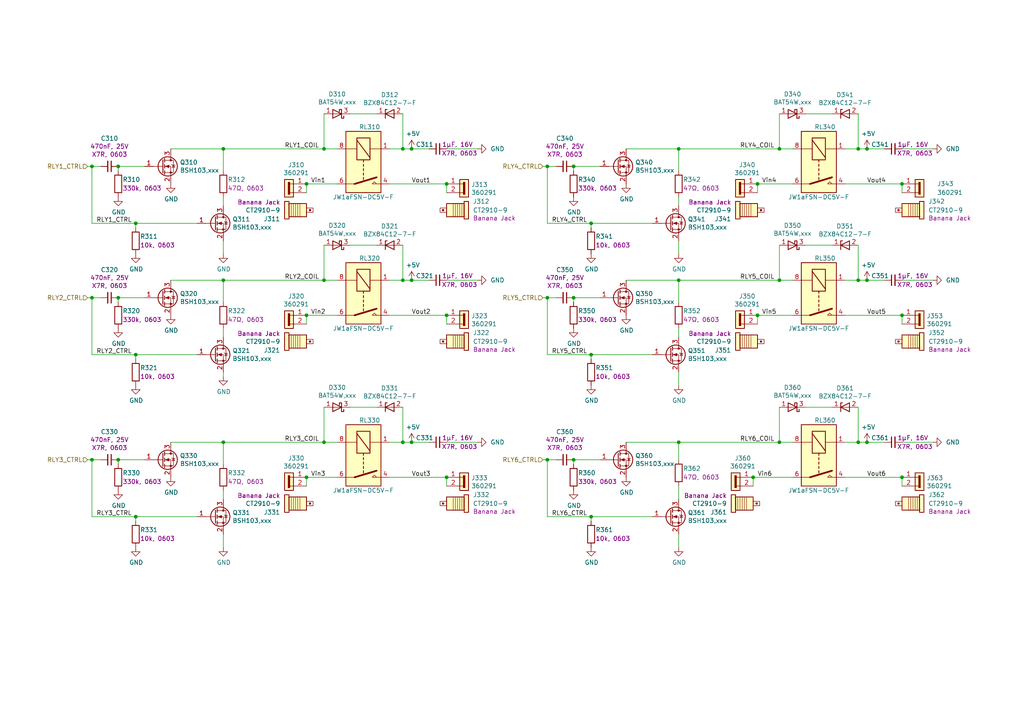
<source format=kicad_sch>
(kicad_sch (version 20211123) (generator eeschema)
  (paper "A4")
  (junction (at 88.9 53.34))
  (junction (at 261.62 138.43))
  (junction (at 158.75 133.35))
  (junction (at 248.92 81.28))
  (junction (at 171.45 64.77))
  (junction (at 119.38 81.28))
  (junction (at 26.67 86.36))
  (junction (at 119.38 128.27))
  (junction (at 226.06 81.28))
  (junction (at 226.06 43.18))
  (junction (at 116.84 128.27))
  (junction (at 26.67 48.26))
  (junction (at 26.67 133.35))
  (junction (at 166.37 133.35))
  (junction (at 171.45 102.87))
  (junction (at 34.29 48.26))
  (junction (at 93.98 43.18))
  (junction (at 93.98 81.28))
  (junction (at 34.29 86.36))
  (junction (at 251.46 81.28))
  (junction (at 226.06 128.27))
  (junction (at 261.62 53.34))
  (junction (at 171.45 149.86))
  (junction (at 129.54 91.44))
  (junction (at 251.46 128.27))
  (junction (at 196.85 43.18))
  (junction (at 129.54 138.43))
  (junction (at 39.37 102.87))
  (junction (at 129.54 53.34))
  (junction (at 64.77 43.18))
  (junction (at 116.84 43.18))
  (junction (at 93.98 128.27))
  (junction (at 119.38 43.18))
  (junction (at 88.9 91.44))
  (junction (at 218.44 138.43))
  (junction (at 88.9 138.43))
  (junction (at 248.92 43.18))
  (junction (at 251.46 43.18))
  (junction (at 196.85 128.27))
  (junction (at 116.84 81.28))
  (junction (at 158.75 86.36))
  (junction (at 261.62 91.44))
  (junction (at 166.37 86.36))
  (junction (at 39.37 64.77))
  (junction (at 34.29 133.35))
  (junction (at 64.77 81.28))
  (junction (at 248.92 128.27))
  (junction (at 158.75 48.26))
  (junction (at 166.37 48.26))
  (junction (at 219.71 53.34))
  (junction (at 39.37 149.86))
  (junction (at 196.85 81.28))
  (junction (at 219.71 91.44))
  (junction (at 64.77 128.27))
  (wire (pts (xy 248.92 81.28) (xy 248.92 71.12)))
  (wire (pts (xy 129.54 81.28) (xy 138.43 81.28)))
  (wire (pts (xy 157.48 86.36) (xy 158.75 86.36)))
  (wire (pts (xy 39.37 64.77) (xy 39.37 66.04)))
  (wire (pts (xy 196.85 49.53) (xy 196.85 43.18)))
  (wire (pts (xy 25.4 86.36) (xy 26.67 86.36)))
  (wire (pts (xy 64.77 81.28) (xy 93.98 81.28)))
  (wire (pts (xy 251.46 81.28) (xy 248.92 81.28)))
  (wire (pts (xy 113.03 53.34) (xy 129.54 53.34)))
  (wire (pts (xy 25.4 48.26) (xy 26.67 48.26)))
  (wire (pts (xy 166.37 48.26) (xy 173.99 48.26)))
  (wire (pts (xy 248.92 43.18) (xy 245.11 43.18)))
  (wire (pts (xy 261.62 81.28) (xy 270.51 81.28)))
  (wire (pts (xy 26.67 48.26) (xy 29.21 48.26)))
  (wire (pts (xy 196.85 73.66) (xy 196.85 69.85)))
  (wire (pts (xy 119.38 128.27) (xy 116.84 128.27)))
  (wire (pts (xy 251.46 81.28) (xy 256.54 81.28)))
  (wire (pts (xy 196.85 95.25) (xy 196.85 97.79)))
  (wire (pts (xy 64.77 43.18) (xy 93.98 43.18)))
  (wire (pts (xy 251.46 43.18) (xy 248.92 43.18)))
  (wire (pts (xy 129.54 128.27) (xy 138.43 128.27)))
  (wire (pts (xy 181.61 43.18) (xy 196.85 43.18)))
  (wire (pts (xy 64.77 134.62) (xy 64.77 128.27)))
  (wire (pts (xy 119.38 43.18) (xy 116.84 43.18)))
  (wire (pts (xy 34.29 133.35) (xy 41.91 133.35)))
  (wire (pts (xy 119.38 81.28) (xy 116.84 81.28)))
  (wire (pts (xy 261.62 55.88) (xy 261.62 53.34)))
  (wire (pts (xy 219.71 55.88) (xy 219.71 53.34)))
  (wire (pts (xy 101.6 71.12) (xy 109.22 71.12)))
  (wire (pts (xy 34.29 87.63) (xy 34.29 86.36)))
  (wire (pts (xy 39.37 102.87) (xy 26.67 102.87)))
  (wire (pts (xy 226.06 128.27) (xy 229.87 128.27)))
  (wire (pts (xy 93.98 43.18) (xy 97.79 43.18)))
  (wire (pts (xy 218.44 140.97) (xy 218.44 138.43)))
  (wire (pts (xy 109.22 118.11) (xy 101.6 118.11)))
  (wire (pts (xy 181.61 128.27) (xy 196.85 128.27)))
  (wire (pts (xy 251.46 128.27) (xy 256.54 128.27)))
  (wire (pts (xy 158.75 86.36) (xy 158.75 102.87)))
  (wire (pts (xy 64.77 49.53) (xy 64.77 43.18)))
  (wire (pts (xy 166.37 86.36) (xy 173.99 86.36)))
  (wire (pts (xy 49.53 128.27) (xy 64.77 128.27)))
  (wire (pts (xy 226.06 81.28) (xy 229.87 81.28)))
  (wire (pts (xy 88.9 91.44) (xy 97.79 91.44)))
  (wire (pts (xy 97.79 138.43) (xy 88.9 138.43)))
  (wire (pts (xy 26.67 86.36) (xy 26.67 102.87)))
  (wire (pts (xy 88.9 93.98) (xy 88.9 91.44)))
  (wire (pts (xy 251.46 43.18) (xy 256.54 43.18)))
  (wire (pts (xy 171.45 149.86) (xy 189.23 149.86)))
  (wire (pts (xy 229.87 53.34) (xy 219.71 53.34)))
  (wire (pts (xy 196.85 158.75) (xy 196.85 154.94)))
  (wire (pts (xy 233.68 33.02) (xy 241.3 33.02)))
  (wire (pts (xy 116.84 43.18) (xy 113.03 43.18)))
  (wire (pts (xy 64.77 59.69) (xy 64.77 57.15)))
  (wire (pts (xy 34.29 48.26) (xy 41.91 48.26)))
  (wire (pts (xy 34.29 49.53) (xy 34.29 48.26)))
  (wire (pts (xy 64.77 69.85) (xy 64.77 73.66)))
  (wire (pts (xy 166.37 133.35) (xy 173.99 133.35)))
  (wire (pts (xy 196.85 133.35) (xy 196.85 128.27)))
  (wire (pts (xy 119.38 43.18) (xy 124.46 43.18)))
  (wire (pts (xy 248.92 81.28) (xy 245.11 81.28)))
  (wire (pts (xy 241.3 118.11) (xy 233.68 118.11)))
  (wire (pts (xy 39.37 64.77) (xy 26.67 64.77)))
  (wire (pts (xy 39.37 64.77) (xy 57.15 64.77)))
  (wire (pts (xy 34.29 86.36) (xy 41.91 86.36)))
  (wire (pts (xy 171.45 64.77) (xy 171.45 66.04)))
  (wire (pts (xy 226.06 33.02) (xy 226.06 43.18)))
  (wire (pts (xy 93.98 128.27) (xy 93.98 118.11)))
  (wire (pts (xy 226.06 81.28) (xy 226.06 71.12)))
  (wire (pts (xy 64.77 95.25) (xy 64.77 97.79)))
  (wire (pts (xy 196.85 111.76) (xy 196.85 107.95)))
  (wire (pts (xy 158.75 48.26) (xy 161.29 48.26)))
  (wire (pts (xy 93.98 33.02) (xy 93.98 43.18)))
  (wire (pts (xy 119.38 128.27) (xy 124.46 128.27)))
  (wire (pts (xy 129.54 140.97) (xy 129.54 138.43)))
  (wire (pts (xy 39.37 149.86) (xy 39.37 151.13)))
  (wire (pts (xy 64.77 109.22) (xy 64.77 107.95)))
  (wire (pts (xy 226.06 43.18) (xy 229.87 43.18)))
  (wire (pts (xy 49.53 43.18) (xy 64.77 43.18)))
  (wire (pts (xy 248.92 128.27) (xy 245.11 128.27)))
  (wire (pts (xy 261.62 43.18) (xy 270.51 43.18)))
  (wire (pts (xy 157.48 48.26) (xy 158.75 48.26)))
  (wire (pts (xy 129.54 43.18) (xy 138.43 43.18)))
  (wire (pts (xy 241.3 71.12) (xy 233.68 71.12)))
  (wire (pts (xy 119.38 81.28) (xy 124.46 81.28)))
  (wire (pts (xy 116.84 128.27) (xy 116.84 118.11)))
  (wire (pts (xy 88.9 140.97) (xy 88.9 138.43)))
  (wire (pts (xy 26.67 133.35) (xy 26.67 149.86)))
  (wire (pts (xy 171.45 64.77) (xy 158.75 64.77)))
  (wire (pts (xy 157.48 133.35) (xy 158.75 133.35)))
  (wire (pts (xy 196.85 140.97) (xy 196.85 144.78)))
  (wire (pts (xy 116.84 33.02) (xy 116.84 43.18)))
  (wire (pts (xy 113.03 138.43) (xy 129.54 138.43)))
  (wire (pts (xy 39.37 149.86) (xy 26.67 149.86)))
  (wire (pts (xy 25.4 133.35) (xy 26.67 133.35)))
  (wire (pts (xy 64.77 158.75) (xy 64.77 154.94)))
  (wire (pts (xy 196.85 43.18) (xy 226.06 43.18)))
  (wire (pts (xy 39.37 102.87) (xy 57.15 102.87)))
  (wire (pts (xy 158.75 48.26) (xy 158.75 64.77)))
  (wire (pts (xy 226.06 118.11) (xy 226.06 128.27)))
  (wire (pts (xy 93.98 128.27) (xy 97.79 128.27)))
  (wire (pts (xy 39.37 149.86) (xy 57.15 149.86)))
  (wire (pts (xy 101.6 33.02) (xy 109.22 33.02)))
  (wire (pts (xy 196.85 87.63) (xy 196.85 81.28)))
  (wire (pts (xy 158.75 86.36) (xy 161.29 86.36)))
  (wire (pts (xy 196.85 128.27) (xy 226.06 128.27)))
  (wire (pts (xy 39.37 104.14) (xy 39.37 102.87)))
  (wire (pts (xy 49.53 81.28) (xy 64.77 81.28)))
  (wire (pts (xy 171.45 149.86) (xy 158.75 149.86)))
  (wire (pts (xy 196.85 81.28) (xy 226.06 81.28)))
  (wire (pts (xy 171.45 149.86) (xy 171.45 151.13)))
  (wire (pts (xy 171.45 102.87) (xy 158.75 102.87)))
  (wire (pts (xy 88.9 55.88) (xy 88.9 53.34)))
  (wire (pts (xy 26.67 86.36) (xy 29.21 86.36)))
  (wire (pts (xy 129.54 93.98) (xy 129.54 91.44)))
  (wire (pts (xy 229.87 138.43) (xy 218.44 138.43)))
  (wire (pts (xy 64.77 87.63) (xy 64.77 81.28)))
  (wire (pts (xy 158.75 133.35) (xy 158.75 149.86)))
  (wire (pts (xy 116.84 128.27) (xy 113.03 128.27)))
  (wire (pts (xy 34.29 134.62) (xy 34.29 133.35)))
  (wire (pts (xy 116.84 81.28) (xy 113.03 81.28)))
  (wire (pts (xy 166.37 49.53) (xy 166.37 48.26)))
  (wire (pts (xy 166.37 87.63) (xy 166.37 86.36)))
  (wire (pts (xy 219.71 91.44) (xy 219.71 93.98)))
  (wire (pts (xy 248.92 33.02) (xy 248.92 43.18)))
  (wire (pts (xy 261.62 128.27) (xy 270.51 128.27)))
  (wire (pts (xy 93.98 81.28) (xy 97.79 81.28)))
  (wire (pts (xy 171.45 102.87) (xy 171.45 104.14)))
  (wire (pts (xy 64.77 128.27) (xy 93.98 128.27)))
  (wire (pts (xy 245.11 53.34) (xy 261.62 53.34)))
  (wire (pts (xy 181.61 81.28) (xy 196.85 81.28)))
  (wire (pts (xy 97.79 53.34) (xy 88.9 53.34)))
  (wire (pts (xy 219.71 91.44) (xy 229.87 91.44)))
  (wire (pts (xy 158.75 133.35) (xy 161.29 133.35)))
  (wire (pts (xy 248.92 128.27) (xy 248.92 118.11)))
  (wire (pts (xy 245.11 91.44) (xy 261.62 91.44)))
  (wire (pts (xy 166.37 134.62) (xy 166.37 133.35)))
  (wire (pts (xy 196.85 59.69) (xy 196.85 57.15)))
  (wire (pts (xy 113.03 91.44) (xy 129.54 91.44)))
  (wire (pts (xy 116.84 81.28) (xy 116.84 71.12)))
  (wire (pts (xy 26.67 133.35) (xy 29.21 133.35)))
  (wire (pts (xy 26.67 48.26) (xy 26.67 64.77)))
  (wire (pts (xy 261.62 93.98) (xy 261.62 91.44)))
  (wire (pts (xy 245.11 138.43) (xy 261.62 138.43)))
  (wire (pts (xy 251.46 128.27) (xy 248.92 128.27)))
  (wire (pts (xy 93.98 71.12) (xy 93.98 81.28)))
  (wire (pts (xy 171.45 102.87) (xy 189.23 102.87)))
  (wire (pts (xy 261.62 140.97) (xy 261.62 138.43)))
  (wire (pts (xy 64.77 142.24) (xy 64.77 144.78)))
  (wire (pts (xy 171.45 64.77) (xy 189.23 64.77)))
  (wire (pts (xy 129.54 55.88) (xy 129.54 53.34)))
  (label "RLY3_CTRL" (at 27.94 149.86 0))
  (label "RLY6_CTRL" (at 160.02 149.86 0))
  (label "Vin6" (at 219.71 138.43 0))
  (label "RLY1_COIL" (at 82.55 43.18 0))
  (label "Vout4" (at 251.46 53.34 0))
  (label "RLY2_COIL" (at 82.55 81.28 0))
  (label "RLY4_CTRL" (at 160.02 64.77 0))
  (label "Vout1" (at 119.38 53.34 0))
  (label "Vin3" (at 90.17 138.43 0))
  (label "Vout6" (at 251.46 138.43 0))
  (label "Vout3" (at 119.38 138.43 0))
  (label "RLY3_COIL" (at 82.55 128.27 0))
  (label "RLY5_COIL" (at 214.63 81.28 0))
  (label "Vout5" (at 251.46 91.44 0))
  (label "Vin2" (at 90.17 91.44 0))
  (label "RLY4_COIL" (at 214.63 43.18 0))
  (label "RLY5_CTRL" (at 160.02 102.87 0))
  (label "RLY1_CTRL" (at 27.94 64.77 0))
  (label "Vout2" (at 119.38 91.44 0))
  (label "Vin1" (at 90.17 53.34 0))
  (label "RLY6_COIL" (at 214.63 128.27 0))
  (label "RLY2_CTRL" (at 27.94 102.87 0))
  (label "Vin5" (at 220.98 91.44 0))
  (label "Vin4" (at 220.98 53.34 0))
  (hierarchical_label "RLY3_CTRL" (shape input) (at 25.4 133.35 180))
  (hierarchical_label "RLY2_CTRL" (shape input) (at 25.4 86.36 180))
  (hierarchical_label "RLY4_CTRL" (shape input) (at 157.48 48.26 180))
  (hierarchical_label "RLY6_CTRL" (shape input) (at 157.48 133.35 180))
  (hierarchical_label "RLY1_CTRL" (shape input) (at 25.4 48.26 180))
  (hierarchical_label "RLY5_CTRL" (shape input) (at 157.48 86.36 180))
  (symbol (lib_id "Relay_User:JW1aFSN-DC5V-F") (at 105.41 48.26 270) (unit 1)
    (property "Reference" "RL310" (at 104.14 36.83 90) (effects (justify left)))
    (property "Value" "JW1aFSN-DC5V-F" (at 96.52 57.15 90) (effects (justify left)))
    (property "Footprint" "Relay_THT_User:Relay_SPST_Panasonic_JW1_FormA" (effects hide))
    (property "Datasheet" "http://www3.panasonic.biz/ac/e_download/control/relay/power/catalog/mech_eng_jw.pdf?via=ok" (effects hide))
  )
  (symbol (lib_id "power:+5V") (at 119.38 43.18 0) (unit 1)
    (property "Reference" "#PWR0312" (effects hide))
    (property "Value" "+5V" (at 119.761 38.7858 0))
  )
  (symbol (lib_id "Relay_User:JW1aFSN-DC5V-F") (at 105.41 86.36 270) (unit 1)
    (property "Reference" "RL320" (at 104.14 74.93 90) (effects (justify left)))
    (property "Value" "JW1aFSN-DC5V-F" (at 96.52 95.25 90) (effects (justify left)))
    (property "Footprint" "Relay_THT_User:Relay_SPST_Panasonic_JW1_FormA" (effects hide))
    (property "Datasheet" "http://www3.panasonic.biz/ac/e_download/control/relay/power/catalog/mech_eng_jw.pdf?via=ok" (effects hide))
  )
  (symbol (lib_id "power:+5V") (at 119.38 81.28 0) (unit 1)
    (property "Reference" "#PWR0324" (effects hide))
    (property "Value" "+5V" (at 119.761 76.8858 0))
  )
  (symbol (lib_id "Relay_User:JW1aFSN-DC5V-F") (at 105.41 133.35 270) (unit 1)
    (property "Reference" "RL330" (at 104.14 121.92 90) (effects (justify left)))
    (property "Value" "JW1aFSN-DC5V-F" (at 96.52 142.24 90) (effects (justify left)))
    (property "Footprint" "Relay_THT_User:Relay_SPST_Panasonic_JW1_FormA" (effects hide))
    (property "Datasheet" "http://www3.panasonic.biz/ac/e_download/control/relay/power/catalog/mech_eng_jw.pdf?via=ok" (effects hide))
  )
  (symbol (lib_id "power:+5V") (at 119.38 128.27 0) (unit 1)
    (property "Reference" "#PWR0334" (effects hide))
    (property "Value" "+5V" (at 119.761 123.8758 0))
  )
  (symbol (lib_id "power:GND") (at 64.77 73.66 0) (unit 1)
    (property "Reference" "#PWR0104" (effects hide))
    (property "Value" "GND" (at 64.897 78.0542 0))
  )
  (symbol (lib_id "Resistor_User:10k,0603") (at 39.37 69.85 0) (unit 1)
    (property "Reference" "R311" (at 40.64 68.58 0) (effects (justify left)))
    (property "Value" "10k,0603" (effects hide))
    (property "Footprint" "Resistor_SMD:R_0603_1608Metric_Pad0.98x0.95mm_HandSolder" (effects hide))
    (property "Pretty Value 1" "10k, 0603" (at 40.64 71.12 0) (effects (justify left)))
    (property "Pretty Value 2" "1%, 0,1W" (effects hide))
  )
  (symbol (lib_id "power:GND") (at 39.37 73.66 0) (unit 1)
    (property "Reference" "#PWR0105" (effects hide))
    (property "Value" "GND" (at 39.497 78.0542 0))
  )
  (symbol (lib_id "Transistor_FET_User:BSH103,xxx") (at 46.99 48.26 0) (unit 1)
    (property "Reference" "Q310" (at 52.1716 47.0916 0) (effects (justify left)))
    (property "Value" "BSH103,xxx" (at 52.1716 49.403 0) (effects (justify left)))
    (property "Footprint" "Package_TO_SOT_SMD_User:SOT-23_Handsoldering" (effects hide))
    (property "Datasheet" "https://assets.nexperia.com/documents/data-sheet/BSH103.pdf" (effects hide))
    (property "Manufacturer" "Nexperia" (effects hide))
    (property "Supplier" "Digi-Key" (effects hide))
    (property "SPN" "1727-4319-1-ND" (effects hide))
  )
  (symbol (lib_id "power:GND") (at 64.77 109.22 0) (unit 1)
    (property "Reference" "#PWR0323" (effects hide))
    (property "Value" "GND" (at 64.897 113.6142 0))
  )
  (symbol (lib_id "Resistor_User:10k,0603") (at 39.37 107.95 0) (unit 1)
    (property "Reference" "R321" (at 40.64 106.68 0) (effects (justify left)))
    (property "Value" "10k,0603" (effects hide))
    (property "Footprint" "Resistor_SMD:R_0603_1608Metric_Pad0.98x0.95mm_HandSolder" (effects hide))
    (property "Pretty Value 1" "10k, 0603" (at 40.64 109.22 0) (effects (justify left)))
    (property "Pretty Value 2" "1%, 0,1W" (effects hide))
  )
  (symbol (lib_id "power:GND") (at 39.37 111.76 0) (unit 1)
    (property "Reference" "#PWR0321" (effects hide))
    (property "Value" "GND" (at 39.497 116.1542 0))
  )
  (symbol (lib_id "Transistor_FET_User:BSH103,xxx") (at 46.99 86.36 0) (unit 1)
    (property "Reference" "Q320" (at 52.1716 85.1916 0) (effects (justify left)))
    (property "Value" "BSH103,xxx" (at 52.1716 87.503 0) (effects (justify left)))
    (property "Footprint" "Package_TO_SOT_SMD_User:SOT-23_Handsoldering" (effects hide))
    (property "Datasheet" "https://assets.nexperia.com/documents/data-sheet/BSH103.pdf" (effects hide))
    (property "Manufacturer" "Nexperia" (effects hide))
    (property "Supplier" "Digi-Key" (effects hide))
    (property "SPN" "1727-4319-1-ND" (effects hide))
  )
  (symbol (lib_id "Resistor_User:47R,1206") (at 64.77 91.44 0) (unit 1)
    (property "Reference" "R322" (at 66.04 90.17 0) (effects (justify left)))
    (property "Value" "47R,1206" (effects hide))
    (property "Footprint" "Resistor_SMD:R_1206_3216Metric_Pad1.30x1.75mm_HandSolder" (effects hide))
    (property "Pretty Value 1" "47Ω, 0603" (at 66.04 92.71 0) (effects (justify left)))
    (property "Pretty Value 2" "1%, 0,5W" (effects hide))
  )
  (symbol (lib_id "Transistor_FET_User:BSH103,xxx") (at 62.23 102.87 0) (unit 1)
    (property "Reference" "Q321" (at 67.4116 101.7016 0) (effects (justify left)))
    (property "Value" "BSH103,xxx" (at 67.4116 104.013 0) (effects (justify left)))
    (property "Footprint" "Package_TO_SOT_SMD_User:SOT-23_Handsoldering" (effects hide))
    (property "Datasheet" "https://assets.nexperia.com/documents/data-sheet/BSH103.pdf" (effects hide))
    (property "Manufacturer" "Nexperia" (effects hide))
    (property "Supplier" "Digi-Key" (effects hide))
    (property "SPN" "1727-4319-1-ND" (effects hide))
  )
  (symbol (lib_id "Resistor_User:330k,0603") (at 34.29 91.44 0) (unit 1)
    (property "Reference" "R320" (at 35.56 90.17 0) (effects (justify left)))
    (property "Value" "330k,0603" (effects hide))
    (property "Footprint" "Resistor_SMD:R_0603_1608Metric_Pad0.98x0.95mm_HandSolder" (effects hide))
    (property "Pretty Value 1" "330k, 0603" (at 35.56 92.71 0) (effects (justify left)))
    (property "Pretty Value 2" "1%, 0,1W" (effects hide))
  )
  (symbol (lib_id "power:GND") (at 34.29 95.25 0) (unit 1)
    (property "Reference" "#PWR0320" (effects hide))
    (property "Value" "GND" (at 34.417 99.6442 0))
  )
  (symbol (lib_id "power:GND") (at 49.53 91.44 0) (unit 1)
    (property "Reference" "#PWR0322" (effects hide))
    (property "Value" "GND" (at 49.657 95.8342 0))
  )
  (symbol (lib_id "Resistor_User:47R,1206") (at 64.77 53.34 0) (unit 1)
    (property "Reference" "R312" (at 66.04 52.07 0) (effects (justify left)))
    (property "Value" "47R,1206" (effects hide))
    (property "Footprint" "Resistor_SMD:R_1206_3216Metric_Pad1.30x1.75mm_HandSolder" (effects hide))
    (property "Pretty Value 1" "47Ω, 0603" (at 66.04 54.61 0) (effects (justify left)))
    (property "Pretty Value 2" "1%, 0,5W" (effects hide))
  )
  (symbol (lib_id "power:GND") (at 64.77 158.75 0) (unit 1)
    (property "Reference" "#PWR0333" (effects hide))
    (property "Value" "GND" (at 64.897 163.1442 0))
  )
  (symbol (lib_id "Resistor_User:10k,0603") (at 39.37 154.94 0) (unit 1)
    (property "Reference" "R331" (at 40.64 153.67 0) (effects (justify left)))
    (property "Value" "10k,0603" (effects hide))
    (property "Footprint" "Resistor_SMD:R_0603_1608Metric_Pad0.98x0.95mm_HandSolder" (effects hide))
    (property "Pretty Value 1" "10k, 0603" (at 40.64 156.21 0) (effects (justify left)))
    (property "Pretty Value 2" "1%, 0,1W" (effects hide))
  )
  (symbol (lib_id "power:GND") (at 39.37 158.75 0) (unit 1)
    (property "Reference" "#PWR0331" (effects hide))
    (property "Value" "GND" (at 39.497 163.1442 0))
  )
  (symbol (lib_id "Transistor_FET_User:BSH103,xxx") (at 46.99 133.35 0) (unit 1)
    (property "Reference" "Q330" (at 52.1716 132.1816 0) (effects (justify left)))
    (property "Value" "BSH103,xxx" (at 52.1716 134.493 0) (effects (justify left)))
    (property "Footprint" "Package_TO_SOT_SMD_User:SOT-23_Handsoldering" (effects hide))
    (property "Datasheet" "https://assets.nexperia.com/documents/data-sheet/BSH103.pdf" (effects hide))
    (property "Manufacturer" "Nexperia" (effects hide))
    (property "Supplier" "Digi-Key" (effects hide))
    (property "SPN" "1727-4319-1-ND" (effects hide))
  )
  (symbol (lib_id "Resistor_User:47R,1206") (at 64.77 138.43 0) (unit 1)
    (property "Reference" "R332" (at 66.04 137.16 0) (effects (justify left)))
    (property "Value" "47R,1206" (effects hide))
    (property "Footprint" "Resistor_SMD:R_1206_3216Metric_Pad1.30x1.75mm_HandSolder" (effects hide))
    (property "Pretty Value 1" "47Ω, 0603" (at 66.04 139.7 0) (effects (justify left)))
    (property "Pretty Value 2" "1%, 0,5W" (effects hide))
  )
  (symbol (lib_id "Transistor_FET_User:BSH103,xxx") (at 62.23 149.86 0) (unit 1)
    (property "Reference" "Q331" (at 67.4116 148.6916 0) (effects (justify left)))
    (property "Value" "BSH103,xxx" (at 67.4116 151.003 0) (effects (justify left)))
    (property "Footprint" "Package_TO_SOT_SMD_User:SOT-23_Handsoldering" (effects hide))
    (property "Datasheet" "https://assets.nexperia.com/documents/data-sheet/BSH103.pdf" (effects hide))
    (property "Manufacturer" "Nexperia" (effects hide))
    (property "Supplier" "Digi-Key" (effects hide))
    (property "SPN" "1727-4319-1-ND" (effects hide))
  )
  (symbol (lib_id "Resistor_User:330k,0603") (at 34.29 138.43 0) (unit 1)
    (property "Reference" "R330" (at 35.56 137.16 0) (effects (justify left)))
    (property "Value" "330k,0603" (effects hide))
    (property "Footprint" "Resistor_SMD:R_0603_1608Metric_Pad0.98x0.95mm_HandSolder" (effects hide))
    (property "Pretty Value 1" "330k, 0603" (at 35.56 139.7 0) (effects (justify left)))
    (property "Pretty Value 2" "1%, 0,1W" (effects hide))
  )
  (symbol (lib_id "power:GND") (at 34.29 142.24 0) (unit 1)
    (property "Reference" "#PWR0330" (effects hide))
    (property "Value" "GND" (at 34.417 146.6342 0))
  )
  (symbol (lib_id "power:GND") (at 49.53 138.43 0) (unit 1)
    (property "Reference" "#PWR0332" (effects hide))
    (property "Value" "GND" (at 49.657 142.8242 0))
  )
  (symbol (lib_id "Transistor_FET_User:BSH103,xxx") (at 62.23 64.77 0) (unit 1)
    (property "Reference" "Q311" (at 67.4116 63.6016 0) (effects (justify left)))
    (property "Value" "BSH103,xxx" (at 67.4116 65.913 0) (effects (justify left)))
    (property "Footprint" "Package_TO_SOT_SMD_User:SOT-23_Handsoldering" (effects hide))
    (property "Datasheet" "https://assets.nexperia.com/documents/data-sheet/BSH103.pdf" (effects hide))
    (property "Manufacturer" "Nexperia" (effects hide))
    (property "Supplier" "Digi-Key" (effects hide))
    (property "SPN" "1727-4319-1-ND" (effects hide))
  )
  (symbol (lib_id "Resistor_User:330k,0603") (at 34.29 53.34 0) (unit 1)
    (property "Reference" "R310" (at 35.56 52.07 0) (effects (justify left)))
    (property "Value" "330k,0603" (effects hide))
    (property "Footprint" "Resistor_SMD:R_0603_1608Metric_Pad0.98x0.95mm_HandSolder" (effects hide))
    (property "Pretty Value 1" "330k, 0603" (at 35.56 54.61 0) (effects (justify left)))
    (property "Pretty Value 2" "1%, 0,1W" (effects hide))
  )
  (symbol (lib_id "Connector_User:CT2910-9") (at 132.08 60.96 0) (unit 1)
    (property "Reference" "J312" (at 137.16 58.42 0) (effects (justify left)))
    (property "Value" "CT2910-9" (at 137.16 60.96 0) (effects (justify left)))
    (property "Footprint" "Connector_User:Banana_Jack_Cal_Test_Electronics_CT2910-9_No_Silkscreen" (effects hide))
    (property "Datasheet" "https://media.digikey.com/pdf/Data%20Sheets/Cal%20Test%20PDFs/Catalog.pdf" (effects hide))
    (property "Manufacturer" "Cal Test Electronics" (effects hide))
    (property "Supplier" "Digi-Key" (effects hide))
    (property "SPN" "CT2910-9-ND" (effects hide))
    (property "Info" "Banana Jack" (at 137.16 63.2714 0) (effects (justify left)))
  )
  (symbol (lib_id "Connector_User:CT2910-9") (at 264.16 60.96 0) (unit 1)
    (property "Reference" "J342" (at 269.24 58.42 0) (effects (justify left)))
    (property "Value" "CT2910-9" (at 269.24 60.96 0) (effects (justify left)))
    (property "Footprint" "Connector_User:Banana_Jack_Cal_Test_Electronics_CT2910-9_No_Silkscreen" (effects hide))
    (property "Datasheet" "https://media.digikey.com/pdf/Data%20Sheets/Cal%20Test%20PDFs/Catalog.pdf" (effects hide))
    (property "Manufacturer" "Cal Test Electronics" (effects hide))
    (property "Supplier" "Digi-Key" (effects hide))
    (property "SPN" "CT2910-9-ND" (effects hide))
    (property "Info" "Banana Jack" (at 269.24 63.2714 0) (effects (justify left)))
  )
  (symbol (lib_id "power:GND") (at 34.29 57.15 0) (unit 1)
    (property "Reference" "#PWR0310" (effects hide))
    (property "Value" "GND" (at 34.417 61.5442 0))
  )
  (symbol (lib_id "Connector_User:CT2910-9") (at 132.08 99.06 0) (unit 1)
    (property "Reference" "J322" (at 137.16 96.52 0) (effects (justify left)))
    (property "Value" "CT2910-9" (at 137.16 99.06 0) (effects (justify left)))
    (property "Footprint" "Connector_User:Banana_Jack_Cal_Test_Electronics_CT2910-9_No_Silkscreen" (effects hide))
    (property "Datasheet" "https://media.digikey.com/pdf/Data%20Sheets/Cal%20Test%20PDFs/Catalog.pdf" (effects hide))
    (property "Manufacturer" "Cal Test Electronics" (effects hide))
    (property "Supplier" "Digi-Key" (effects hide))
    (property "SPN" "CT2910-9-ND" (effects hide))
    (property "Info" "Banana Jack" (at 137.16 101.3714 0) (effects (justify left)))
  )
  (symbol (lib_id "Connector_User:CT2910-9") (at 132.08 146.05 0) (unit 1)
    (property "Reference" "J332" (at 137.16 143.51 0) (effects (justify left)))
    (property "Value" "CT2910-9" (at 137.16 146.05 0) (effects (justify left)))
    (property "Footprint" "Connector_User:Banana_Jack_Cal_Test_Electronics_CT2910-9_No_Silkscreen" (effects hide))
    (property "Datasheet" "https://media.digikey.com/pdf/Data%20Sheets/Cal%20Test%20PDFs/Catalog.pdf" (effects hide))
    (property "Manufacturer" "Cal Test Electronics" (effects hide))
    (property "Supplier" "Digi-Key" (effects hide))
    (property "SPN" "CT2910-9-ND" (effects hide))
    (property "Info" "Banana Jack" (at 137.16 148.3614 0) (effects (justify left)))
  )
  (symbol (lib_id "power:GND") (at 196.85 73.66 0) (unit 1)
    (property "Reference" "#PWR0102" (effects hide))
    (property "Value" "GND" (at 196.977 78.0542 0))
  )
  (symbol (lib_id "Resistor_User:10k,0603") (at 171.45 69.85 0) (unit 1)
    (property "Reference" "R341" (at 172.72 68.58 0) (effects (justify left)))
    (property "Value" "10k,0603" (effects hide))
    (property "Footprint" "Resistor_SMD:R_0603_1608Metric_Pad0.98x0.95mm_HandSolder" (effects hide))
    (property "Pretty Value 1" "10k, 0603" (at 172.72 71.12 0) (effects (justify left)))
    (property "Pretty Value 2" "1%, 0,1W" (effects hide))
  )
  (symbol (lib_id "power:GND") (at 171.45 73.66 0) (unit 1)
    (property "Reference" "#PWR0103" (effects hide))
    (property "Value" "GND" (at 171.577 78.0542 0))
  )
  (symbol (lib_id "Transistor_FET_User:BSH103,xxx") (at 179.07 48.26 0) (unit 1)
    (property "Reference" "Q340" (at 184.2516 47.0916 0) (effects (justify left)))
    (property "Value" "BSH103,xxx" (at 184.2516 49.403 0) (effects (justify left)))
    (property "Footprint" "Package_TO_SOT_SMD_User:SOT-23_Handsoldering" (effects hide))
    (property "Datasheet" "https://assets.nexperia.com/documents/data-sheet/BSH103.pdf" (effects hide))
    (property "Manufacturer" "Nexperia" (effects hide))
    (property "Supplier" "Digi-Key" (effects hide))
    (property "SPN" "1727-4319-1-ND" (effects hide))
  )
  (symbol (lib_id "Resistor_User:47R,1206") (at 196.85 53.34 0) (unit 1)
    (property "Reference" "R342" (at 198.12 52.07 0) (effects (justify left)))
    (property "Value" "47R,1206" (effects hide))
    (property "Footprint" "Resistor_SMD:R_1206_3216Metric_Pad1.30x1.75mm_HandSolder" (effects hide))
    (property "Pretty Value 1" "47Ω, 0603" (at 198.12 54.61 0) (effects (justify left)))
    (property "Pretty Value 2" "1%, 0,5W" (effects hide))
  )
  (symbol (lib_id "Transistor_FET_User:BSH103,xxx") (at 194.31 64.77 0) (unit 1)
    (property "Reference" "Q341" (at 199.4916 63.6016 0) (effects (justify left)))
    (property "Value" "BSH103,xxx" (at 199.4916 65.913 0) (effects (justify left)))
    (property "Footprint" "Package_TO_SOT_SMD_User:SOT-23_Handsoldering" (effects hide))
    (property "Datasheet" "https://assets.nexperia.com/documents/data-sheet/BSH103.pdf" (effects hide))
    (property "Manufacturer" "Nexperia" (effects hide))
    (property "Supplier" "Digi-Key" (effects hide))
    (property "SPN" "1727-4319-1-ND" (effects hide))
  )
  (symbol (lib_id "Resistor_User:330k,0603") (at 166.37 53.34 0) (unit 1)
    (property "Reference" "R340" (at 167.64 52.07 0) (effects (justify left)))
    (property "Value" "330k,0603" (effects hide))
    (property "Footprint" "Resistor_SMD:R_0603_1608Metric_Pad0.98x0.95mm_HandSolder" (effects hide))
    (property "Pretty Value 1" "330k, 0603" (at 167.64 54.61 0) (effects (justify left)))
    (property "Pretty Value 2" "1%, 0,1W" (effects hide))
  )
  (symbol (lib_id "power:GND") (at 166.37 57.15 0) (unit 1)
    (property "Reference" "#PWR0340" (effects hide))
    (property "Value" "GND" (at 166.497 61.5442 0))
  )
  (symbol (lib_id "power:GND") (at 181.61 53.34 0) (unit 1)
    (property "Reference" "#PWR0341" (effects hide))
    (property "Value" "GND" (at 181.737 57.7342 0))
  )
  (symbol (lib_id "power:GND") (at 196.85 111.76 0) (unit 1)
    (property "Reference" "#PWR0354" (effects hide))
    (property "Value" "GND" (at 196.977 116.1542 0))
  )
  (symbol (lib_id "Resistor_User:10k,0603") (at 171.45 107.95 0) (unit 1)
    (property "Reference" "R351" (at 172.72 106.68 0) (effects (justify left)))
    (property "Value" "10k,0603" (effects hide))
    (property "Footprint" "Resistor_SMD:R_0603_1608Metric_Pad0.98x0.95mm_HandSolder" (effects hide))
    (property "Pretty Value 1" "10k, 0603" (at 172.72 109.22 0) (effects (justify left)))
    (property "Pretty Value 2" "1%, 0,1W" (effects hide))
  )
  (symbol (lib_id "power:GND") (at 171.45 111.76 0) (unit 1)
    (property "Reference" "#PWR0352" (effects hide))
    (property "Value" "GND" (at 171.577 116.1542 0))
  )
  (symbol (lib_id "Transistor_FET_User:BSH103,xxx") (at 179.07 86.36 0) (unit 1)
    (property "Reference" "Q350" (at 184.2516 85.1916 0) (effects (justify left)))
    (property "Value" "BSH103,xxx" (at 184.2516 87.503 0) (effects (justify left)))
    (property "Footprint" "Package_TO_SOT_SMD_User:SOT-23_Handsoldering" (effects hide))
    (property "Datasheet" "https://assets.nexperia.com/documents/data-sheet/BSH103.pdf" (effects hide))
    (property "Manufacturer" "Nexperia" (effects hide))
    (property "Supplier" "Digi-Key" (effects hide))
    (property "SPN" "1727-4319-1-ND" (effects hide))
  )
  (symbol (lib_id "Resistor_User:47R,1206") (at 196.85 91.44 0) (unit 1)
    (property "Reference" "R352" (at 198.12 90.17 0) (effects (justify left)))
    (property "Value" "47R,1206" (effects hide))
    (property "Footprint" "Resistor_SMD:R_1206_3216Metric_Pad1.30x1.75mm_HandSolder" (effects hide))
    (property "Pretty Value 1" "47Ω, 0603" (at 198.12 92.71 0) (effects (justify left)))
    (property "Pretty Value 2" "1%, 0,5W" (effects hide))
  )
  (symbol (lib_id "Transistor_FET_User:BSH103,xxx") (at 194.31 102.87 0) (unit 1)
    (property "Reference" "Q351" (at 199.4916 101.7016 0) (effects (justify left)))
    (property "Value" "BSH103,xxx" (at 199.4916 104.013 0) (effects (justify left)))
    (property "Footprint" "Package_TO_SOT_SMD_User:SOT-23_Handsoldering" (effects hide))
    (property "Datasheet" "https://assets.nexperia.com/documents/data-sheet/BSH103.pdf" (effects hide))
    (property "Manufacturer" "Nexperia" (effects hide))
    (property "Supplier" "Digi-Key" (effects hide))
    (property "SPN" "1727-4319-1-ND" (effects hide))
  )
  (symbol (lib_id "Resistor_User:330k,0603") (at 166.37 91.44 0) (unit 1)
    (property "Reference" "R350" (at 167.64 90.17 0) (effects (justify left)))
    (property "Value" "330k,0603" (effects hide))
    (property "Footprint" "Resistor_SMD:R_0603_1608Metric_Pad0.98x0.95mm_HandSolder" (effects hide))
    (property "Pretty Value 1" "330k, 0603" (at 167.64 92.71 0) (effects (justify left)))
    (property "Pretty Value 2" "1%, 0,1W" (effects hide))
  )
  (symbol (lib_id "power:GND") (at 166.37 95.25 0) (unit 1)
    (property "Reference" "#PWR0350" (effects hide))
    (property "Value" "GND" (at 166.497 99.6442 0))
  )
  (symbol (lib_id "power:GND") (at 181.61 91.44 0) (unit 1)
    (property "Reference" "#PWR0351" (effects hide))
    (property "Value" "GND" (at 181.737 95.8342 0))
  )
  (symbol (lib_id "power:GND") (at 196.85 158.75 0) (unit 1)
    (property "Reference" "#PWR0363" (effects hide))
    (property "Value" "GND" (at 196.977 163.1442 0))
  )
  (symbol (lib_id "Resistor_User:10k,0603") (at 171.45 154.94 0) (unit 1)
    (property "Reference" "R361" (at 172.72 153.67 0) (effects (justify left)))
    (property "Value" "10k,0603" (effects hide))
    (property "Footprint" "Resistor_SMD:R_0603_1608Metric_Pad0.98x0.95mm_HandSolder" (effects hide))
    (property "Pretty Value 1" "10k, 0603" (at 172.72 156.21 0) (effects (justify left)))
    (property "Pretty Value 2" "1%, 0,1W" (effects hide))
  )
  (symbol (lib_id "power:GND") (at 171.45 158.75 0) (unit 1)
    (property "Reference" "#PWR0361" (effects hide))
    (property "Value" "GND" (at 171.577 163.1442 0))
  )
  (symbol (lib_id "Transistor_FET_User:BSH103,xxx") (at 179.07 133.35 0) (unit 1)
    (property "Reference" "Q360" (at 184.2516 132.1816 0) (effects (justify left)))
    (property "Value" "BSH103,xxx" (at 184.2516 134.493 0) (effects (justify left)))
    (property "Footprint" "Package_TO_SOT_SMD_User:SOT-23_Handsoldering" (effects hide))
    (property "Datasheet" "https://assets.nexperia.com/documents/data-sheet/BSH103.pdf" (effects hide))
    (property "Manufacturer" "Nexperia" (effects hide))
    (property "Supplier" "Digi-Key" (effects hide))
    (property "SPN" "1727-4319-1-ND" (effects hide))
  )
  (symbol (lib_id "Resistor_User:47R,1206") (at 196.85 137.16 0) (unit 1)
    (property "Reference" "R362" (at 198.12 135.89 0) (effects (justify left)))
    (property "Value" "47R,1206" (effects hide))
    (property "Footprint" "Resistor_SMD:R_1206_3216Metric_Pad1.30x1.75mm_HandSolder" (effects hide))
    (property "Pretty Value 1" "47Ω, 0603" (at 198.12 138.43 0) (effects (justify left)))
    (property "Pretty Value 2" "1%, 0,5W" (effects hide))
  )
  (symbol (lib_id "Transistor_FET_User:BSH103,xxx") (at 194.31 149.86 0) (unit 1)
    (property "Reference" "Q361" (at 199.4916 148.6916 0) (effects (justify left)))
    (property "Value" "BSH103,xxx" (at 199.4916 151.003 0) (effects (justify left)))
    (property "Footprint" "Package_TO_SOT_SMD_User:SOT-23_Handsoldering" (effects hide))
    (property "Datasheet" "https://assets.nexperia.com/documents/data-sheet/BSH103.pdf" (effects hide))
    (property "Manufacturer" "Nexperia" (effects hide))
    (property "Supplier" "Digi-Key" (effects hide))
    (property "SPN" "1727-4319-1-ND" (effects hide))
  )
  (symbol (lib_id "Resistor_User:330k,0603") (at 166.37 138.43 0) (unit 1)
    (property "Reference" "R360" (at 167.64 137.16 0) (effects (justify left)))
    (property "Value" "330k,0603" (effects hide))
    (property "Footprint" "Resistor_SMD:R_0603_1608Metric_Pad0.98x0.95mm_HandSolder" (effects hide))
    (property "Pretty Value 1" "330k, 0603" (at 167.64 139.7 0) (effects (justify left)))
    (property "Pretty Value 2" "1%, 0,1W" (effects hide))
  )
  (symbol (lib_id "power:GND") (at 166.37 142.24 0) (unit 1)
    (property "Reference" "#PWR0360" (effects hide))
    (property "Value" "GND" (at 166.497 146.6342 0))
  )
  (symbol (lib_id "power:GND") (at 181.61 138.43 0) (unit 1)
    (property "Reference" "#PWR0362" (effects hide))
    (property "Value" "GND" (at 181.737 142.8242 0))
  )
  (symbol (lib_id "power:GND") (at 49.53 53.34 0) (unit 1)
    (property "Reference" "#PWR0311" (effects hide))
    (property "Value" "GND" (at 49.657 57.7342 0))
  )
  (symbol (lib_id "Diode_User:BZX84C12-7-F") (at 113.03 33.02 0) (unit 1)
    (property "Reference" "D312" (at 113.03 27.5082 0))
    (property "Value" "BZX84C12-7-F" (at 113.03 29.8196 0))
    (property "Footprint" "Diode_SMD_User:D_SOT-23_ANK_Handsoldering" (effects hide))
    (property "Datasheet" "https://www.diodes.com/assets/Datasheets/ds18001.pdf" (effects hide))
    (property "Manufacturer" "Diodes Incorporated" (effects hide))
    (property "Supplier" "Digi-Key" (effects hide))
    (property "SPN" "BZX84C12-FDICT-ND" (effects hide))
  )
  (symbol (lib_id "Capacitor_User:470nF,25V,X7R,0603") (at 31.75 48.26 270) (unit 1)
    (property "Reference" "C310" (at 31.75 40.1574 90))
    (property "Value" "470nF,25V,X7R,0603" (effects hide))
    (property "Footprint" "Capacitor_SMD:C_0603_1608Metric_Pad1.08x0.95mm_HandSolder" (effects hide))
    (property "Pretty Value 1" "470nF, 25V" (at 31.75 42.4688 90))
    (property "Pretty Value 2" "X7R, 0603" (at 31.75 44.7802 90))
  )
  (symbol (lib_id "Capacitor_User:470nF,25V,X7R,0603") (at 31.75 86.36 270) (unit 1)
    (property "Reference" "C320" (at 31.75 78.2574 90))
    (property "Value" "470nF,25V,X7R,0603" (effects hide))
    (property "Footprint" "Capacitor_SMD:C_0603_1608Metric_Pad1.08x0.95mm_HandSolder" (effects hide))
    (property "Pretty Value 1" "470nF, 25V" (at 31.75 80.5688 90))
    (property "Pretty Value 2" "X7R, 0603" (at 31.75 82.8802 90))
  )
  (symbol (lib_id "Capacitor_User:470nF,25V,X7R,0603") (at 31.75 133.35 270) (unit 1)
    (property "Reference" "C330" (at 31.75 125.2474 90))
    (property "Value" "470nF,25V,X7R,0603" (effects hide))
    (property "Footprint" "Capacitor_SMD:C_0603_1608Metric_Pad1.08x0.95mm_HandSolder" (effects hide))
    (property "Pretty Value 1" "470nF, 25V" (at 31.75 127.5588 90))
    (property "Pretty Value 2" "X7R, 0603" (at 31.75 129.8702 90))
  )
  (symbol (lib_id "Capacitor_User:470nF,25V,X7R,0603") (at 163.83 133.35 270) (unit 1)
    (property "Reference" "C360" (at 163.83 125.2474 90))
    (property "Value" "470nF,25V,X7R,0603" (effects hide))
    (property "Footprint" "Capacitor_SMD:C_0603_1608Metric_Pad1.08x0.95mm_HandSolder" (effects hide))
    (property "Pretty Value 1" "470nF, 25V" (at 163.83 127.5588 90))
    (property "Pretty Value 2" "X7R, 0603" (at 163.83 129.8702 90))
  )
  (symbol (lib_id "Capacitor_User:470nF,25V,X7R,0603") (at 163.83 86.36 270) (unit 1)
    (property "Reference" "C350" (at 163.83 78.2574 90))
    (property "Value" "470nF,25V,X7R,0603" (effects hide))
    (property "Footprint" "Capacitor_SMD:C_0603_1608Metric_Pad1.08x0.95mm_HandSolder" (effects hide))
    (property "Pretty Value 1" "470nF, 25V" (at 163.83 80.5688 90))
    (property "Pretty Value 2" "X7R, 0603" (at 163.83 82.8802 90))
  )
  (symbol (lib_id "Capacitor_User:470nF,25V,X7R,0603") (at 163.83 48.26 270) (unit 1)
    (property "Reference" "C340" (at 163.83 40.1574 90))
    (property "Value" "470nF,25V,X7R,0603" (effects hide))
    (property "Footprint" "Capacitor_SMD:C_0603_1608Metric_Pad1.08x0.95mm_HandSolder" (effects hide))
    (property "Pretty Value 1" "470nF, 25V" (at 163.83 42.4688 90))
    (property "Pretty Value 2" "X7R, 0603" (at 163.83 44.7802 90))
  )
  (symbol (lib_id "Diode_User:BZX84C12-7-F") (at 113.03 71.12 0) (unit 1)
    (property "Reference" "D321" (at 113.03 65.6082 0))
    (property "Value" "BZX84C12-7-F" (at 113.03 67.9196 0))
    (property "Footprint" "Diode_SMD_User:D_SOT-23_ANK_Handsoldering" (effects hide))
    (property "Datasheet" "https://www.diodes.com/assets/Datasheets/ds18001.pdf" (effects hide))
    (property "Manufacturer" "Diodes Incorporated" (effects hide))
    (property "Supplier" "Digi-Key" (effects hide))
    (property "SPN" "BZX84C12-FDICT-ND" (effects hide))
  )
  (symbol (lib_id "Diode_User:BZX84C12-7-F") (at 113.03 118.11 0) (unit 1)
    (property "Reference" "D331" (at 113.03 112.5982 0))
    (property "Value" "BZX84C12-7-F" (at 113.03 114.9096 0))
    (property "Footprint" "Diode_SMD_User:D_SOT-23_ANK_Handsoldering" (effects hide))
    (property "Datasheet" "https://www.diodes.com/assets/Datasheets/ds18001.pdf" (effects hide))
    (property "Manufacturer" "Diodes Incorporated" (effects hide))
    (property "Supplier" "Digi-Key" (effects hide))
    (property "SPN" "BZX84C12-FDICT-ND" (effects hide))
  )
  (symbol (lib_id "Diode_User:BZX84C12-7-F") (at 245.11 118.11 0) (unit 1)
    (property "Reference" "D361" (at 245.11 112.5982 0))
    (property "Value" "BZX84C12-7-F" (at 245.11 114.9096 0))
    (property "Footprint" "Diode_SMD_User:D_SOT-23_ANK_Handsoldering" (effects hide))
    (property "Datasheet" "https://www.diodes.com/assets/Datasheets/ds18001.pdf" (effects hide))
    (property "Manufacturer" "Diodes Incorporated" (effects hide))
    (property "Supplier" "Digi-Key" (effects hide))
    (property "SPN" "BZX84C12-FDICT-ND" (effects hide))
  )
  (symbol (lib_id "Diode_User:BZX84C12-7-F") (at 245.11 71.12 0) (unit 1)
    (property "Reference" "D351" (at 245.11 65.6082 0))
    (property "Value" "BZX84C12-7-F" (at 245.11 67.9196 0))
    (property "Footprint" "Diode_SMD_User:D_SOT-23_ANK_Handsoldering" (effects hide))
    (property "Datasheet" "https://www.diodes.com/assets/Datasheets/ds18001.pdf" (effects hide))
    (property "Manufacturer" "Diodes Incorporated" (effects hide))
    (property "Supplier" "Digi-Key" (effects hide))
    (property "SPN" "BZX84C12-FDICT-ND" (effects hide))
  )
  (symbol (lib_id "Diode_User:BZX84C12-7-F") (at 245.11 33.02 0) (unit 1)
    (property "Reference" "D341" (at 245.11 27.5082 0))
    (property "Value" "BZX84C12-7-F" (at 245.11 29.8196 0))
    (property "Footprint" "Diode_SMD_User:D_SOT-23_ANK_Handsoldering" (effects hide))
    (property "Datasheet" "https://www.diodes.com/assets/Datasheets/ds18001.pdf" (effects hide))
    (property "Manufacturer" "Diodes Incorporated" (effects hide))
    (property "Supplier" "Digi-Key" (effects hide))
    (property "SPN" "BZX84C12-FDICT-ND" (effects hide))
  )
  (symbol (lib_id "Diode_User:BAT54W,xxx") (at 229.87 33.02 180) (unit 1)
    (property "Reference" "D340" (at 229.87 27.305 0))
    (property "Value" "BAT54W,xxx" (at 229.87 29.6164 0))
    (property "Footprint" "Package_TO_SOT_SMD_User:SOT-323_SC-70_Handsoldering" (effects hide))
    (property "Datasheet" "https://assets.nexperia.com/documents/data-sheet/BAT54W_SER.pdf" (effects hide))
    (property "Manufacturer" "Nexperia" (effects hide))
    (property "Supplier" "Digi-Key" (effects hide))
    (property "SPN" "1727-3570-1-ND" (effects hide))
  )
  (symbol (lib_id "Connector_User:360291") (at 134.62 54.61 0) (unit 1)
    (property "Reference" "J313" (at 136.652 53.5432 0) (effects (justify left)))
    (property "Value" "360291" (at 136.652 55.8546 0) (effects (justify left)))
    (property "Footprint" "Connector_User:Terminal_Block_Metz_Connect_360291" (effects hide))
    (property "Datasheet" "https://www.metz-connect.com/html/overlay:service:download.en.html?filepath=db%3Aproducts%2Fdocid%3A8a8a80ea7cb7943b017ccc0508e413d9.de.1&fileurl=360291%2F863862.PDFhttps://www.metz-connect.com/html/overlay:service:download.en.html?filepath=db%3Aproducts%2Fdocid%3A8a8a80ea7cb7943b017ccc0508e413d9.de.1&fileurl=360291%2F863862.PDF" (effects hide))
    (property "Manufacturer" "Metz Connect" (effects hide))
    (property "Supplier" "Reichelt" (effects hide))
    (property "SPN" "LSK 291" (effects hide))
  )
  (symbol (lib_id "Connector_User:360291") (at 134.62 92.71 0) (unit 1)
    (property "Reference" "J323" (at 136.652 91.6432 0) (effects (justify left)))
    (property "Value" "360291" (at 136.652 93.9546 0) (effects (justify left)))
    (property "Footprint" "Connector_User:Terminal_Block_Metz_Connect_360291" (effects hide))
    (property "Datasheet" "https://www.metz-connect.com/html/overlay:service:download.en.html?filepath=db%3Aproducts%2Fdocid%3A8a8a80ea7cb7943b017ccc0508e413d9.de.1&fileurl=360291%2F863862.PDFhttps://www.metz-connect.com/html/overlay:service:download.en.html?filepath=db%3Aproducts%2Fdocid%3A8a8a80ea7cb7943b017ccc0508e413d9.de.1&fileurl=360291%2F863862.PDF" (effects hide))
    (property "Manufacturer" "Metz Connect" (effects hide))
    (property "Supplier" "Reichelt" (effects hide))
    (property "SPN" "LSK 291" (effects hide))
  )
  (symbol (lib_id "Connector_User:360291") (at 134.62 139.7 0) (unit 1)
    (property "Reference" "J333" (at 136.652 138.6332 0) (effects (justify left)))
    (property "Value" "360291" (at 136.652 140.9446 0) (effects (justify left)))
    (property "Footprint" "Connector_User:Terminal_Block_Metz_Connect_360291" (effects hide))
    (property "Datasheet" "https://www.metz-connect.com/html/overlay:service:download.en.html?filepath=db%3Aproducts%2Fdocid%3A8a8a80ea7cb7943b017ccc0508e413d9.de.1&fileurl=360291%2F863862.PDFhttps://www.metz-connect.com/html/overlay:service:download.en.html?filepath=db%3Aproducts%2Fdocid%3A8a8a80ea7cb7943b017ccc0508e413d9.de.1&fileurl=360291%2F863862.PDF" (effects hide))
    (property "Manufacturer" "Metz Connect" (effects hide))
    (property "Supplier" "Reichelt" (effects hide))
    (property "SPN" "LSK 291" (effects hide))
  )
  (symbol (lib_id "Connector_User:360291") (at 83.82 139.7 0) (mirror y) (unit 1)
    (property "Reference" "J330" (at 85.9028 132.9182 0))
    (property "Value" "360291" (at 85.9028 135.2296 0))
    (property "Footprint" "Connector_User:Terminal_Block_Metz_Connect_360291" (effects hide))
    (property "Datasheet" "https://www.metz-connect.com/html/overlay:service:download.en.html?filepath=db%3Aproducts%2Fdocid%3A8a8a80ea7cb7943b017ccc0508e413d9.de.1&fileurl=360291%2F863862.PDFhttps://www.metz-connect.com/html/overlay:service:download.en.html?filepath=db%3Aproducts%2Fdocid%3A8a8a80ea7cb7943b017ccc0508e413d9.de.1&fileurl=360291%2F863862.PDF" (effects hide))
    (property "Manufacturer" "Metz Connect" (effects hide))
    (property "Supplier" "Reichelt" (effects hide))
    (property "SPN" "LSK 291" (effects hide))
  )
  (symbol (lib_id "Connector_User:360291") (at 83.82 92.71 0) (mirror y) (unit 1)
    (property "Reference" "J320" (at 85.9028 85.9282 0))
    (property "Value" "360291" (at 85.9028 88.2396 0))
    (property "Footprint" "Connector_User:Terminal_Block_Metz_Connect_360291" (effects hide))
    (property "Datasheet" "https://www.metz-connect.com/html/overlay:service:download.en.html?filepath=db%3Aproducts%2Fdocid%3A8a8a80ea7cb7943b017ccc0508e413d9.de.1&fileurl=360291%2F863862.PDFhttps://www.metz-connect.com/html/overlay:service:download.en.html?filepath=db%3Aproducts%2Fdocid%3A8a8a80ea7cb7943b017ccc0508e413d9.de.1&fileurl=360291%2F863862.PDF" (effects hide))
    (property "Manufacturer" "Metz Connect" (effects hide))
    (property "Supplier" "Reichelt" (effects hide))
    (property "SPN" "LSK 291" (effects hide))
  )
  (symbol (lib_id "Connector_User:360291") (at 83.82 54.61 0) (mirror y) (unit 1)
    (property "Reference" "J310" (at 85.9028 47.8282 0))
    (property "Value" "360291" (at 85.9028 50.1396 0))
    (property "Footprint" "Connector_User:Terminal_Block_Metz_Connect_360291" (effects hide))
    (property "Datasheet" "https://www.metz-connect.com/html/overlay:service:download.en.html?filepath=db%3Aproducts%2Fdocid%3A8a8a80ea7cb7943b017ccc0508e413d9.de.1&fileurl=360291%2F863862.PDFhttps://www.metz-connect.com/html/overlay:service:download.en.html?filepath=db%3Aproducts%2Fdocid%3A8a8a80ea7cb7943b017ccc0508e413d9.de.1&fileurl=360291%2F863862.PDF" (effects hide))
    (property "Manufacturer" "Metz Connect" (effects hide))
    (property "Supplier" "Reichelt" (effects hide))
    (property "SPN" "LSK 291" (effects hide))
  )
  (symbol (lib_id "Connector_User:360291") (at 214.63 54.61 0) (mirror y) (unit 1)
    (property "Reference" "J340" (at 216.7128 47.8282 0))
    (property "Value" "360291" (at 216.7128 50.1396 0))
    (property "Footprint" "Connector_User:Terminal_Block_Metz_Connect_360291" (effects hide))
    (property "Datasheet" "https://www.metz-connect.com/html/overlay:service:download.en.html?filepath=db%3Aproducts%2Fdocid%3A8a8a80ea7cb7943b017ccc0508e413d9.de.1&fileurl=360291%2F863862.PDFhttps://www.metz-connect.com/html/overlay:service:download.en.html?filepath=db%3Aproducts%2Fdocid%3A8a8a80ea7cb7943b017ccc0508e413d9.de.1&fileurl=360291%2F863862.PDF" (effects hide))
    (property "Manufacturer" "Metz Connect" (effects hide))
    (property "Supplier" "Reichelt" (effects hide))
    (property "SPN" "LSK 291" (effects hide))
  )
  (symbol (lib_id "Connector_User:360291") (at 266.7 54.61 0) (unit 1)
    (property "Reference" "J343" (at 271.78 53.3146 0) (effects (justify left)))
    (property "Value" "360291" (at 271.78 55.8546 0) (effects (justify left)))
    (property "Footprint" "Connector_User:Terminal_Block_Metz_Connect_360291" (effects hide))
    (property "Datasheet" "https://www.metz-connect.com/html/overlay:service:download.en.html?filepath=db%3Aproducts%2Fdocid%3A8a8a80ea7cb7943b017ccc0508e413d9.de.1&fileurl=360291%2F863862.PDFhttps://www.metz-connect.com/html/overlay:service:download.en.html?filepath=db%3Aproducts%2Fdocid%3A8a8a80ea7cb7943b017ccc0508e413d9.de.1&fileurl=360291%2F863862.PDF" (effects hide))
    (property "Manufacturer" "Metz Connect" (effects hide))
    (property "Supplier" "Reichelt" (effects hide))
    (property "SPN" "LSK 291" (effects hide))
  )
  (symbol (lib_id "Connector_User:360291") (at 266.7 92.71 0) (unit 1)
    (property "Reference" "J353" (at 268.732 91.6432 0) (effects (justify left)))
    (property "Value" "360291" (at 268.732 93.9546 0) (effects (justify left)))
    (property "Footprint" "Connector_User:Terminal_Block_Metz_Connect_360291" (effects hide))
    (property "Datasheet" "https://www.metz-connect.com/html/overlay:service:download.en.html?filepath=db%3Aproducts%2Fdocid%3A8a8a80ea7cb7943b017ccc0508e413d9.de.1&fileurl=360291%2F863862.PDFhttps://www.metz-connect.com/html/overlay:service:download.en.html?filepath=db%3Aproducts%2Fdocid%3A8a8a80ea7cb7943b017ccc0508e413d9.de.1&fileurl=360291%2F863862.PDF" (effects hide))
    (property "Manufacturer" "Metz Connect" (effects hide))
    (property "Supplier" "Reichelt" (effects hide))
    (property "SPN" "LSK 291" (effects hide))
  )
  (symbol (lib_id "Connector_User:CT2910-9") (at 215.9 146.05 180) (unit 1)
    (property "Reference" "J361" (at 210.82 148.59 0) (effects (justify left)))
    (property "Value" "CT2910-9" (at 210.82 146.05 0) (effects (justify left)))
    (property "Footprint" "Connector_User:Banana_Jack_Cal_Test_Electronics_CT2910-9_No_Silkscreen" (effects hide))
    (property "Datasheet" "https://media.digikey.com/pdf/Data%20Sheets/Cal%20Test%20PDFs/Catalog.pdf" (effects hide))
    (property "Manufacturer" "Cal Test Electronics" (effects hide))
    (property "Supplier" "Digi-Key" (effects hide))
    (property "SPN" "CT2910-9-ND" (effects hide))
    (property "Info" "Banana Jack" (at 210.82 143.7386 0) (effects (justify left)))
  )
  (symbol (lib_id "Connector_User:360291") (at 266.7 139.7 0) (unit 1)
    (property "Reference" "J363" (at 268.732 138.6332 0) (effects (justify left)))
    (property "Value" "360291" (at 268.732 140.9446 0) (effects (justify left)))
    (property "Footprint" "Connector_User:Terminal_Block_Metz_Connect_360291" (effects hide))
    (property "Datasheet" "https://www.metz-connect.com/html/overlay:service:download.en.html?filepath=db%3Aproducts%2Fdocid%3A8a8a80ea7cb7943b017ccc0508e413d9.de.1&fileurl=360291%2F863862.PDFhttps://www.metz-connect.com/html/overlay:service:download.en.html?filepath=db%3Aproducts%2Fdocid%3A8a8a80ea7cb7943b017ccc0508e413d9.de.1&fileurl=360291%2F863862.PDF" (effects hide))
    (property "Manufacturer" "Metz Connect" (effects hide))
    (property "Supplier" "Reichelt" (effects hide))
    (property "SPN" "LSK 291" (effects hide))
  )
  (symbol (lib_id "Connector_User:360291") (at 214.63 92.71 0) (mirror y) (unit 1)
    (property "Reference" "J350" (at 216.7128 85.9282 0))
    (property "Value" "360291" (at 216.7128 88.2396 0))
    (property "Footprint" "Connector_User:Terminal_Block_Metz_Connect_360291" (effects hide))
    (property "Datasheet" "https://www.metz-connect.com/html/overlay:service:download.en.html?filepath=db%3Aproducts%2Fdocid%3A8a8a80ea7cb7943b017ccc0508e413d9.de.1&fileurl=360291%2F863862.PDFhttps://www.metz-connect.com/html/overlay:service:download.en.html?filepath=db%3Aproducts%2Fdocid%3A8a8a80ea7cb7943b017ccc0508e413d9.de.1&fileurl=360291%2F863862.PDF" (effects hide))
    (property "Manufacturer" "Metz Connect" (effects hide))
    (property "Supplier" "Reichelt" (effects hide))
    (property "SPN" "LSK 291" (effects hide))
  )
  (symbol (lib_id "Connector_User:360291") (at 213.36 139.7 0) (mirror y) (unit 1)
    (property "Reference" "J360" (at 215.4428 132.9182 0))
    (property "Value" "360291" (at 215.4428 135.2296 0))
    (property "Footprint" "Connector_User:Terminal_Block_Metz_Connect_360291" (effects hide))
    (property "Datasheet" "https://www.metz-connect.com/html/overlay:service:download.en.html?filepath=db%3Aproducts%2Fdocid%3A8a8a80ea7cb7943b017ccc0508e413d9.de.1&fileurl=360291%2F863862.PDFhttps://www.metz-connect.com/html/overlay:service:download.en.html?filepath=db%3Aproducts%2Fdocid%3A8a8a80ea7cb7943b017ccc0508e413d9.de.1&fileurl=360291%2F863862.PDF" (effects hide))
    (property "Manufacturer" "Metz Connect" (effects hide))
    (property "Supplier" "Reichelt" (effects hide))
    (property "SPN" "LSK 291" (effects hide))
  )
  (symbol (lib_id "Diode_User:BAT54W,xxx") (at 229.87 71.12 180) (unit 1)
    (property "Reference" "D350" (at 229.87 65.405 0))
    (property "Value" "BAT54W,xxx" (at 229.87 67.7164 0))
    (property "Footprint" "Package_TO_SOT_SMD_User:SOT-323_SC-70_Handsoldering" (effects hide))
    (property "Datasheet" "https://assets.nexperia.com/documents/data-sheet/BAT54W_SER.pdf" (effects hide))
    (property "Manufacturer" "Nexperia" (effects hide))
    (property "Supplier" "Digi-Key" (effects hide))
    (property "SPN" "1727-3570-1-ND" (effects hide))
  )
  (symbol (lib_id "Diode_User:BAT54W,xxx") (at 229.87 118.11 180) (unit 1)
    (property "Reference" "D360" (at 229.87 112.395 0))
    (property "Value" "BAT54W,xxx" (at 229.87 114.7064 0))
    (property "Footprint" "Package_TO_SOT_SMD_User:SOT-323_SC-70_Handsoldering" (effects hide))
    (property "Datasheet" "https://assets.nexperia.com/documents/data-sheet/BAT54W_SER.pdf" (effects hide))
    (property "Manufacturer" "Nexperia" (effects hide))
    (property "Supplier" "Digi-Key" (effects hide))
    (property "SPN" "1727-3570-1-ND" (effects hide))
  )
  (symbol (lib_id "Connector_User:CT2910-9") (at 86.36 60.96 180) (unit 1)
    (property "Reference" "J311" (at 81.28 63.5 0) (effects (justify left)))
    (property "Value" "CT2910-9" (at 81.28 60.96 0) (effects (justify left)))
    (property "Footprint" "Connector_User:Banana_Jack_Cal_Test_Electronics_CT2910-9_No_Silkscreen" (effects hide))
    (property "Datasheet" "https://media.digikey.com/pdf/Data%20Sheets/Cal%20Test%20PDFs/Catalog.pdf" (effects hide))
    (property "Manufacturer" "Cal Test Electronics" (effects hide))
    (property "Supplier" "Digi-Key" (effects hide))
    (property "SPN" "CT2910-9-ND" (effects hide))
    (property "Info" "Banana Jack" (at 81.28 58.6486 0) (effects (justify left)))
  )
  (symbol (lib_id "Diode_User:BAT54W,xxx") (at 97.79 33.02 180) (unit 1)
    (property "Reference" "D310" (at 97.79 27.305 0))
    (property "Value" "BAT54W,xxx" (at 97.79 29.6164 0))
    (property "Footprint" "Package_TO_SOT_SMD_User:SOT-323_SC-70_Handsoldering" (effects hide))
    (property "Datasheet" "https://assets.nexperia.com/documents/data-sheet/BAT54W_SER.pdf" (effects hide))
    (property "Manufacturer" "Nexperia" (effects hide))
    (property "Supplier" "Digi-Key" (effects hide))
    (property "SPN" "1727-3570-1-ND" (effects hide))
  )
  (symbol (lib_id "Diode_User:BAT54W,xxx") (at 97.79 71.12 180) (unit 1)
    (property "Reference" "D320" (at 97.79 65.405 0))
    (property "Value" "BAT54W,xxx" (at 97.79 67.7164 0))
    (property "Footprint" "Package_TO_SOT_SMD_User:SOT-323_SC-70_Handsoldering" (effects hide))
    (property "Datasheet" "https://assets.nexperia.com/documents/data-sheet/BAT54W_SER.pdf" (effects hide))
    (property "Manufacturer" "Nexperia" (effects hide))
    (property "Supplier" "Digi-Key" (effects hide))
    (property "SPN" "1727-3570-1-ND" (effects hide))
  )
  (symbol (lib_id "Diode_User:BAT54W,xxx") (at 97.79 118.11 180) (unit 1)
    (property "Reference" "D330" (at 97.79 112.395 0))
    (property "Value" "BAT54W,xxx" (at 97.79 114.7064 0))
    (property "Footprint" "Package_TO_SOT_SMD_User:SOT-323_SC-70_Handsoldering" (effects hide))
    (property "Datasheet" "https://assets.nexperia.com/documents/data-sheet/BAT54W_SER.pdf" (effects hide))
    (property "Manufacturer" "Nexperia" (effects hide))
    (property "Supplier" "Digi-Key" (effects hide))
    (property "SPN" "1727-3570-1-ND" (effects hide))
  )
  (symbol (lib_id "Relay_User:JW1aFSN-DC5V-F") (at 237.49 48.26 270) (unit 1)
    (property "Reference" "RL340" (at 236.22 36.83 90) (effects (justify left)))
    (property "Value" "JW1aFSN-DC5V-F" (at 228.6 57.15 90) (effects (justify left)))
    (property "Footprint" "Relay_THT_User:Relay_SPST_Panasonic_JW1_FormA" (effects hide))
    (property "Datasheet" "http://www3.panasonic.biz/ac/e_download/control/relay/power/catalog/mech_eng_jw.pdf?via=ok" (effects hide))
  )
  (symbol (lib_id "power:+5V") (at 251.46 43.18 0) (unit 1)
    (property "Reference" "#PWR0342" (effects hide))
    (property "Value" "+5V" (at 251.841 38.7858 0))
  )
  (symbol (lib_id "Relay_User:JW1aFSN-DC5V-F") (at 237.49 86.36 270) (unit 1)
    (property "Reference" "RL350" (at 236.22 74.93 90) (effects (justify left)))
    (property "Value" "JW1aFSN-DC5V-F" (at 228.6 95.25 90) (effects (justify left)))
    (property "Footprint" "Relay_THT_User:Relay_SPST_Panasonic_JW1_FormA" (effects hide))
    (property "Datasheet" "http://www3.panasonic.biz/ac/e_download/control/relay/power/catalog/mech_eng_jw.pdf?via=ok" (effects hide))
  )
  (symbol (lib_id "power:+5V") (at 251.46 81.28 0) (unit 1)
    (property "Reference" "#PWR0355" (effects hide))
    (property "Value" "+5V" (at 251.841 76.8858 0))
  )
  (symbol (lib_id "Relay_User:JW1aFSN-DC5V-F") (at 237.49 133.35 270) (unit 1)
    (property "Reference" "RL360" (at 236.22 121.92 90) (effects (justify left)))
    (property "Value" "JW1aFSN-DC5V-F" (at 228.6 142.24 90) (effects (justify left)))
    (property "Footprint" "Relay_THT_User:Relay_SPST_Panasonic_JW1_FormA" (effects hide))
    (property "Datasheet" "http://www3.panasonic.biz/ac/e_download/control/relay/power/catalog/mech_eng_jw.pdf?via=ok" (effects hide))
  )
  (symbol (lib_id "power:+5V") (at 251.46 128.27 0) (unit 1)
    (property "Reference" "#PWR0364" (effects hide))
    (property "Value" "+5V" (at 251.841 123.8758 0))
  )
  (symbol (lib_id "power:GND") (at 270.51 81.28 90) (unit 1)
    (property "Reference" "#PWR0356" (effects hide))
    (property "Value" "GND" (at 274.32 81.2799 90) (effects (justify right)))
  )
  (symbol (lib_id "Capacitor_User:1uF,16V,X7R,0603") (at 127 81.28 90) (unit 1)
    (property "Reference" "C321" (at 125.73 80.01 90) (effects (justify left)))
    (property "Value" "1uF,16V,X7R,0603" (effects hide))
    (property "Footprint" "Capacitor_SMD:C_0603_1608Metric_Pad1.08x0.95mm_HandSolder" (effects hide))
    (property "Pretty Value 1" "1μF, 16V" (at 137.16 80.01 90) (effects (justify left)))
    (property "Pretty Value 2" "X7R, 0603" (at 138.43 82.55 90) (effects (justify left)))
  )
  (symbol (lib_id "Capacitor_User:1uF,16V,X7R,0603") (at 259.08 128.27 90) (unit 1)
    (property "Reference" "C361" (at 257.81 127 90) (effects (justify left)))
    (property "Value" "1uF,16V,X7R,0603" (effects hide))
    (property "Footprint" "Capacitor_SMD:C_0603_1608Metric_Pad1.08x0.95mm_HandSolder" (effects hide))
    (property "Pretty Value 1" "1μF, 16V" (at 269.24 127 90) (effects (justify left)))
    (property "Pretty Value 2" "X7R, 0603" (at 270.51 129.54 90) (effects (justify left)))
  )
  (symbol (lib_id "Connector_User:CT2910-9") (at 86.36 99.06 180) (unit 1)
    (property "Reference" "J321" (at 81.28 101.6 0) (effects (justify left)))
    (property "Value" "CT2910-9" (at 81.28 99.06 0) (effects (justify left)))
    (property "Footprint" "Connector_User:Banana_Jack_Cal_Test_Electronics_CT2910-9_No_Silkscreen" (effects hide))
    (property "Datasheet" "https://media.digikey.com/pdf/Data%20Sheets/Cal%20Test%20PDFs/Catalog.pdf" (effects hide))
    (property "Manufacturer" "Cal Test Electronics" (effects hide))
    (property "Supplier" "Digi-Key" (effects hide))
    (property "SPN" "CT2910-9-ND" (effects hide))
    (property "Info" "Banana Jack" (at 81.28 96.7486 0) (effects (justify left)))
  )
  (symbol (lib_id "Connector_User:CT2910-9") (at 86.36 146.05 180) (unit 1)
    (property "Reference" "J331" (at 81.28 148.59 0) (effects (justify left)))
    (property "Value" "CT2910-9" (at 81.28 146.05 0) (effects (justify left)))
    (property "Footprint" "Connector_User:Banana_Jack_Cal_Test_Electronics_CT2910-9_No_Silkscreen" (effects hide))
    (property "Datasheet" "https://media.digikey.com/pdf/Data%20Sheets/Cal%20Test%20PDFs/Catalog.pdf" (effects hide))
    (property "Manufacturer" "Cal Test Electronics" (effects hide))
    (property "Supplier" "Digi-Key" (effects hide))
    (property "SPN" "CT2910-9-ND" (effects hide))
    (property "Info" "Banana Jack" (at 81.28 143.7386 0) (effects (justify left)))
  )
  (symbol (lib_id "Connector_User:CT2910-9") (at 217.17 60.96 180) (unit 1)
    (property "Reference" "J341" (at 212.09 63.5 0) (effects (justify left)))
    (property "Value" "CT2910-9" (at 212.09 60.96 0) (effects (justify left)))
    (property "Footprint" "Connector_User:Banana_Jack_Cal_Test_Electronics_CT2910-9_No_Silkscreen" (effects hide))
    (property "Datasheet" "https://media.digikey.com/pdf/Data%20Sheets/Cal%20Test%20PDFs/Catalog.pdf" (effects hide))
    (property "Manufacturer" "Cal Test Electronics" (effects hide))
    (property "Supplier" "Digi-Key" (effects hide))
    (property "SPN" "CT2910-9-ND" (effects hide))
    (property "Info" "Banana Jack" (at 212.09 58.6486 0) (effects (justify left)))
  )
  (symbol (lib_id "Capacitor_User:1uF,16V,X7R,0603") (at 259.08 43.18 90) (unit 1)
    (property "Reference" "C341" (at 257.81 41.91 90) (effects (justify left)))
    (property "Value" "1uF,16V,X7R,0603" (effects hide))
    (property "Footprint" "Capacitor_SMD:C_0603_1608Metric_Pad1.08x0.95mm_HandSolder" (effects hide))
    (property "Pretty Value 1" "1μF, 16V" (at 269.24 41.91 90) (effects (justify left)))
    (property "Pretty Value 2" "X7R, 0603" (at 270.51 44.45 90) (effects (justify left)))
  )
  (symbol (lib_id "Capacitor_User:1uF,16V,X7R,0603") (at 259.08 81.28 90) (unit 1)
    (property "Reference" "C351" (at 257.81 80.01 90) (effects (justify left)))
    (property "Value" "1uF,16V,X7R,0603" (effects hide))
    (property "Footprint" "Capacitor_SMD:C_0603_1608Metric_Pad1.08x0.95mm_HandSolder" (effects hide))
    (property "Pretty Value 1" "1μF, 16V" (at 269.24 80.01 90) (effects (justify left)))
    (property "Pretty Value 2" "X7R, 0603" (at 270.51 82.55 90) (effects (justify left)))
  )
  (symbol (lib_id "power:GND") (at 138.43 81.28 90) (unit 1)
    (property "Reference" "#PWR0325" (effects hide))
    (property "Value" "GND" (at 142.24 81.2799 90) (effects (justify right)))
  )
  (symbol (lib_id "power:GND") (at 270.51 43.18 90) (unit 1)
    (property "Reference" "#PWR0343" (effects hide))
    (property "Value" "GND" (at 274.32 43.1799 90) (effects (justify right)))
  )
  (symbol (lib_id "Capacitor_User:1uF,16V,X7R,0603") (at 127 128.27 90) (unit 1)
    (property "Reference" "C331" (at 125.73 127 90) (effects (justify left)))
    (property "Value" "1uF,16V,X7R,0603" (effects hide))
    (property "Footprint" "Capacitor_SMD:C_0603_1608Metric_Pad1.08x0.95mm_HandSolder" (effects hide))
    (property "Pretty Value 1" "1μF, 16V" (at 137.16 127 90) (effects (justify left)))
    (property "Pretty Value 2" "X7R, 0603" (at 138.43 129.54 90) (effects (justify left)))
  )
  (symbol (lib_id "Connector_User:CT2910-9") (at 264.16 99.06 0) (unit 1)
    (property "Reference" "J352" (at 269.24 96.52 0) (effects (justify left)))
    (property "Value" "CT2910-9" (at 269.24 99.06 0) (effects (justify left)))
    (property "Footprint" "Connector_User:Banana_Jack_Cal_Test_Electronics_CT2910-9_No_Silkscreen" (effects hide))
    (property "Datasheet" "https://media.digikey.com/pdf/Data%20Sheets/Cal%20Test%20PDFs/Catalog.pdf" (effects hide))
    (property "Manufacturer" "Cal Test Electronics" (effects hide))
    (property "Supplier" "Digi-Key" (effects hide))
    (property "SPN" "CT2910-9-ND" (effects hide))
    (property "Info" "Banana Jack" (at 269.24 101.3714 0) (effects (justify left)))
  )
  (symbol (lib_id "Connector_User:CT2910-9") (at 264.16 146.05 0) (unit 1)
    (property "Reference" "J362" (at 269.24 143.51 0) (effects (justify left)))
    (property "Value" "CT2910-9" (at 269.24 146.05 0) (effects (justify left)))
    (property "Footprint" "Connector_User:Banana_Jack_Cal_Test_Electronics_CT2910-9_No_Silkscreen" (effects hide))
    (property "Datasheet" "https://media.digikey.com/pdf/Data%20Sheets/Cal%20Test%20PDFs/Catalog.pdf" (effects hide))
    (property "Manufacturer" "Cal Test Electronics" (effects hide))
    (property "Supplier" "Digi-Key" (effects hide))
    (property "SPN" "CT2910-9-ND" (effects hide))
    (property "Info" "Banana Jack" (at 269.24 148.3614 0) (effects (justify left)))
  )
  (symbol (lib_id "power:GND") (at 138.43 43.18 90) (unit 1)
    (property "Reference" "#PWR0313" (effects hide))
    (property "Value" "GND" (at 142.24 43.1799 90) (effects (justify right)))
  )
  (symbol (lib_id "power:GND") (at 138.43 128.27 90) (unit 1)
    (property "Reference" "#PWR0335" (effects hide))
    (property "Value" "GND" (at 142.24 128.2699 90) (effects (justify right)))
  )
  (symbol (lib_id "Capacitor_User:1uF,16V,X7R,0603") (at 127 43.18 90) (unit 1)
    (property "Reference" "C311" (at 125.73 41.91 90) (effects (justify left)))
    (property "Value" "1uF,16V,X7R,0603" (effects hide))
    (property "Footprint" "Capacitor_SMD:C_0603_1608Metric_Pad1.08x0.95mm_HandSolder" (effects hide))
    (property "Pretty Value 1" "1μF, 16V" (at 137.16 41.91 90) (effects (justify left)))
    (property "Pretty Value 2" "X7R, 0603" (at 138.43 44.45 90) (effects (justify left)))
  )
  (symbol (lib_id "Connector_User:CT2910-9") (at 217.17 99.06 180) (unit 1)
    (property "Reference" "J351" (at 212.09 101.6 0) (effects (justify left)))
    (property "Value" "CT2910-9" (at 212.09 99.06 0) (effects (justify left)))
    (property "Footprint" "Connector_User:Banana_Jack_Cal_Test_Electronics_CT2910-9_No_Silkscreen" (effects hide))
    (property "Datasheet" "https://media.digikey.com/pdf/Data%20Sheets/Cal%20Test%20PDFs/Catalog.pdf" (effects hide))
    (property "Manufacturer" "Cal Test Electronics" (effects hide))
    (property "Supplier" "Digi-Key" (effects hide))
    (property "SPN" "CT2910-9-ND" (effects hide))
    (property "Info" "Banana Jack" (at 212.09 96.7486 0) (effects (justify left)))
  )
  (symbol (lib_id "power:GND") (at 270.51 128.27 90) (unit 1)
    (property "Reference" "#PWR0365" (effects hide))
    (property "Value" "GND" (at 274.32 128.2699 90) (effects (justify right)))
  )
)
</source>
